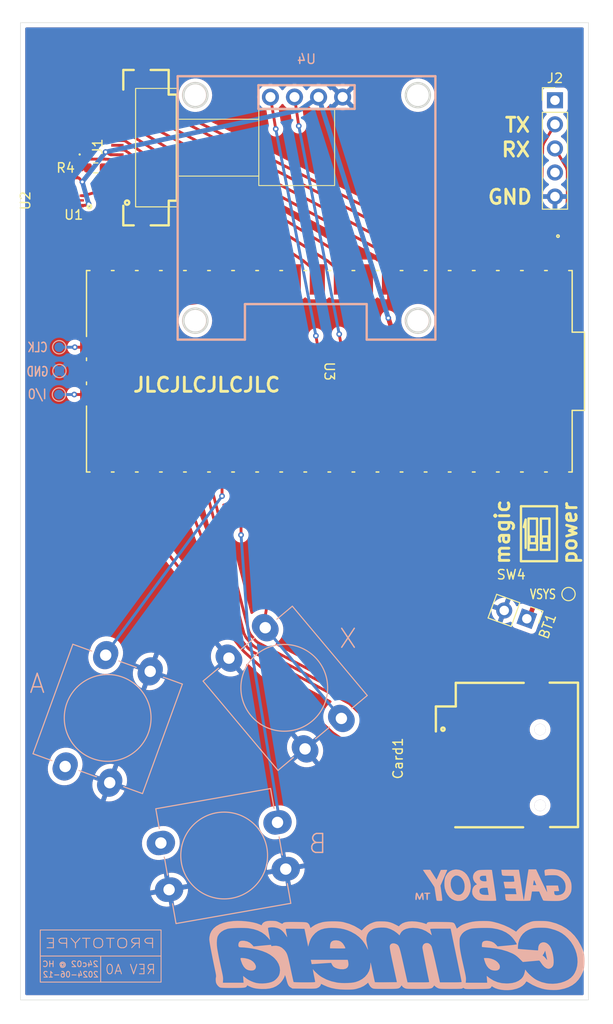
<source format=kicad_pcb>
(kicad_pcb (version 20240108) (generator "pcbnew") (generator_version "8.0")
  (title_block (title "Gae Boy Camera") (date "2024-06-12") (rev "A0"))
  (layers (0 "F.Cu" signal) (31 "B.Cu" signal) (34 "B.Paste" user) (35 "F.Paste" user) (36 "B.SilkS" user "B.Silkscreen") (37 "F.SilkS" user "F.Silkscreen") (38 "B.Mask" user) (39 "F.Mask" user) (44 "Edge.Cuts" user))
  (net 0 "")
  (net 1 "GND")
  (net 3 "+3V3")
  (net 6 "/CSI_D4")
  (net 7 "Net-(J1-PWDN)")
  (net 8 "/CSI_D7")
  (net 9 "/CSI_D1")
  (net 10 "/CSI_D6")
  (net 11 "/CSI_D2")
  (net 12 "/CSI_D3")
  (net 13 "/CSI_D5")
  (net 14 "/CSI_D0")
  (net 15 "2V8_CAM")
  (net 16 "1V2_CAM")
  (net 22 "CAM_XCLK")
  (net 26 "C_TX_P_RX")
  (net 29 "CAM_EN")
  (net 32 "BTN_BACK")
  (net 33 "BTN_SELECT")
  (net 34 "BTN_SHUTTER")
  (net 35 "Net-(U3-SWCLK)")
  (net 36 "Net-(U3-SWDIO)")
  (net 37 "DISP_SDA")
  (net 38 "DISP_SCL")
  (net 39 "CAM_SDA")
  (net 40 "CAM_SCL")
  (net 41 "CAM_HSYNC")
  (net 42 "CAM_VSYNC")
  (net 43 "CAM_PCLK")
  (net 44 "CAM_RESET")
  (net 45 "C_RX_P_TX")
  (net 47 "+BATT")
  (net 49 "MAGIC")
  (net 50 "+VSYS")
  (net 51 "~{SD_CS}")
  (net 52 "SD_MOSI")
  (net 53 "SD_CLK")
  (net 54 "SD_MISO")
  (net 55 "SD_DETECT")
  (footprint "Resistor_SMD:R_0603_1608Metric" (layer "F.Cu") (at 138.123 44.096)
    (property "Reference" "R4")
    (property "Value" "1KΩ")
  )
  (footprint "footprints:SC0915_RPI" (layer "F.Cu") (at 162.78 65.5599 -90)
    (property "Reference" "U3")
    (property "Value" "Pi Pico")
  )
  (footprint "Connector_PinHeader_2.54mm:PinHeader_1x05_P2.54mm_Vertical" (layer "F.Cu") (at 186.593 36.961)
    (property "Reference" "J2")
    (property "Value" "Printer")
  )
  (footprint "lcsc:LLP-6_L2.0-W1.8-P0.50-BL-EP" (layer "F.Cu") (at 135.68 47.555 90)
    (property "Reference" "U2")
    (property "Value" "VRH2801NNX")
  )
  (footprint "lcsc:LLP-4_L1.6-W1.2-P0.60-BL-EP" (layer "F.Cu") (at 135.8 44.2 180)
    (property "Reference" "U1")
    (property "Value" "VRH1202LLX")
  )
  (footprint "lcsc:FPC-SMD_24P-P0.50_FFC05011-24SBB124W5M" (layer "F.Cu") (at 141.7345 41.9605 90)
    (property "Reference" "J1")
    (property "Value" "~")
  )
  (footprint "lcsc:SW-SMD_218-2LPSTRF" (layer "F.Cu") (at 184.9035 82.7036)
    (property "Reference" "SW4")
    (property "Value" "218-2LPSTR")
  )
  (footprint "TestPoint:TestPoint_Pad_D1.0mm" (layer "F.Cu") (at 188.023 89.071 180)
    (property "Reference" "TP4" (hide yes))
    (property "Value" "VSYS")
  )
  (footprint "lcsc:TF-SMD_TF-PUSH" (layer "F.Cu") (at 179.323 106.421 90)
    (property "Reference" "Card1")
    (property "Value" "TF PUSH")
  )
  (footprint "Connector_PinHeader_2.54mm:PinHeader_1x02_P2.54mm_Vertical" (layer "F.Cu") (at 183.623 91.671 -110)
    (property "Reference" "BT1")
    (property "Value" "Battery")
  )
  (footprint "Button_Switch_THT:SW_PUSH-12mm_Wuerth-430476085716" (layer "B.Cu") (at 145.8682 120.2656 10)
    (property "Reference" "SW3" (hide yes))
    (property "Value" "B")
  )
  (footprint "Button_Switch_THT:SW_PUSH-12mm_Wuerth-430476085716" (layer "B.Cu") (at 164.0508 102.1964 130)
    (property "Reference" "SW2" (hide yes))
    (property "Value" "X")
  )
  (footprint "Button_Switch_THT:SW_PUSH-12mm_Wuerth-430476085716" (layer "B.Cu") (at 139.5997 108.9757 70)
    (property "Reference" "SW1" (hide yes))
    (property "Value" "A")
  )
  (footprint "TestPoint:TestPoint_Pad_D1.0mm" (layer "B.Cu") (at 134.2938 65.532 180)
    (property "Reference" "TP3" (hide yes))
    (property "Value" "GND")
  )
  (footprint "TestPoint:TestPoint_Pad_D1.0mm" (layer "B.Cu") (at 134.2684 63.02 180)
    (property "Reference" "TP1" (hide yes))
    (property "Value" "CLK")
  )
  (footprint "LOGO" (layer "B.Cu") (at 169.923 125.371 180)
    (property "Reference" "G***" (hide yes))
    (property "Value" "LOGO" (hide yes))
  )
  (footprint "lcsc:OLED-TH_L27.8-W27.2-P2.54_C9900033791" (layer "B.Cu") (at 160.373 36.6196 180)
    (property "Reference" "U4")
    (property "Value" "HS96L03W2C03")
    (fp_circle (center 11.73 0.2) (end 13 0.2) (stroke (width 0.25)) (fill none) (layer "Edge.Cuts"))
    (fp_circle (center 11.73 -23.6) (end 13 -23.6) (stroke (width 0.25)) (fill none) (layer "Edge.Cuts"))
    (fp_circle (center -11.75 0.2) (end -10.48 0.2) (stroke (width 0.25)) (fill none) (layer "Edge.Cuts"))
    (fp_circle (center -11.77 -23.6) (end -10.5 -23.6) (stroke (width 0.25)) (fill none) (layer "Edge.Cuts"))
  )
  (footprint "TestPoint:TestPoint_Pad_D1.0mm" (layer "B.Cu") (at 134.243 68.014 180)
    (property "Reference" "TP2" (hide yes))
    (property "Value" "I/O")
  )
  (gr_rect (start 132.273 124.521) (end 145.023 130.021) (stroke (width 0.1)) (fill none) (layer "B.SilkS"))
  (gr_line (start 145.023 127.271) (end 132.273 127.271) (stroke (width 0.1)) (layer "B.SilkS"))
  (gr_line (start 138.648 127.271) (end 138.648 130.021) (stroke (width 0.1)) (layer "B.SilkS"))
  (gr_rect (start 130.187 28.771) (end 190.123 131.904) (stroke (width 0.05)) (fill none) (layer "Edge.Cuts"))
  (gr_text "PROTOTYPE" (at 144.523 126.521 0) (layer "B.SilkS") (effects (font (size 1 1.4) (thickness 0.1)) (justify left bottom mirror)))
  (gr_text "${ISSUE_DATE}" (at 138.473 129.571 0) (layer "B.SilkS") (effects (font (size 0.6 0.58) (thickness 0.1)) (justify left bottom mirror)))
  (gr_text "24c02 @ HC" (at 138.473 128.471 0) (layer "B.SilkS") (effects (font (size 0.6 0.62) (thickness 0.1)) (justify left bottom mirror)))
  (gr_text "REV ${REVISION}" (at 144.523 129.271 0) (layer "B.SilkS") (effects (font (size 1 1) (thickness 0.1)) (justify left bottom mirror)))
  (gr_text "TX" (at 184.123 39.571 0) (layer "F.SilkS") (effects (font (size 1.5 1.5) (thickness 0.3) (bold yes)) (justify right)))
  (gr_text "power" (at 189.023 86.071 90) (layer "F.SilkS") (effects (font (size 1.5 1.5) (thickness 0.3) (bold yes)) (justify left bottom)))
  (gr_text "GND" (at 184.323 47.171 0) (layer "F.SilkS") (effects (font (size 1.5 1.5) (thickness 0.3) (bold yes)) (justify right)))
  (gr_text "magic" (at 181.923 86.071 90) (layer "F.SilkS") (effects (font (size 1.5 1.5) (thickness 0.3) (bold yes)) (justify left bottom)))
  (gr_text "RX" (at 184.123 42.171 0) (layer "F.SilkS") (effects (font (size 1.5 1.5) (thickness 0.3) (bold yes)) (justify right)))
  (gr_text "JLCJLCJLCJLC" (at 141.923 67.871 0) (layer "F.SilkS") (effects (font (size 1.5 1.5) (thickness 0.3) (bold yes)) (justify left bottom)))
  (segment (start 175.2756 107.0552) (end 175.373 106.8394) (width 0.5) (layer "F.Cu") (net 3))
  (segment (start 175.4783 73.3612) (end 175.4011 73.236) (width 0.5) (layer "F.Cu") (net 3))
  (segment (start 171.0199 73.0998) (end 172.4701 73.0998) (width 0.5) (layer "F.Cu") (net 3))
  (segment (start 173.3589 73.1436) (end 173.2864 73.1556) (width 0.5) (layer "F.Cu") (net 3))
  (segment (start 136.3664 45.1767) (end 136.3074 45.15) (width 0.3) (layer "F.Cu") (net 3))
  (segment (start 175.4783 73.3612) (end 175.7371 73.781) (width 0.5) (layer "F.Cu") (net 3))
  (segment (start 171.0199 73.0998) (end 170.9419 73.0998) (width 0.5) (layer "F.Cu") (net 3))
  (segment (start 136.125 45.15) (end 136.275 45.15) (width 0.3) (layer "F.Cu") (net 3))
  (segment (start 139.7185 42.7105) (end 139.7645 42.7105) (width 0.3) (layer "F.Cu") (net 3))
  (segment (start 173.7349 100.494) (end 173.7633 100.5828) (width 0.5) (layer "F.Cu") (net 3))
  (segment (start 136.65 48.085) (end 136.725 48.06) (width 0.3) (layer "F.Cu") (net 3))
  (segment (start 173.7284 100.4479) (end 173.7349 100.494) (width 0.5) (layer "F.Cu") (net 3))
  (segment (start 173.2431 73.1691) (end 173.2513 73.1666) (width 0.5) (layer "F.Cu") (net 3))
  (segment (start 175.3113 103.5678) (end 173.7847 100.6242) (width 0.5) (layer "F.Cu") (net 3))
  (segment (start 170.4014 76.7863) (end 170.4014 76.7641) (width 0.5) (layer "F.Cu") (net 3))
  (segment (start 174.023 107.471) (end 174.573 107.371) (width 0.5) (layer "F.Cu") (net 3))
  (segment (start 170.9419 73.0998) (end 170.7921 73.1431) (width 0.5) (layer "F.Cu") (net 3))
  (segment (start 170.619 73.2525) (end 170.7262 73.1848) (width 0.5) (layer "F.Cu") (net 3))
  (segment (start 175.3417 103.6265) (end 175.3113 103.5678) (width 0.5) (layer "F.Cu") (net 3))
  (segment (start 175.7712 73.8364) (end 175.8848 73.8998) (width 0.5) (layer "F.Cu") (net 3))
  (segment (start 174.8687 107.371) (end 174.9541 107.3387) (width 0.5) (layer "F.Cu") (net 3))
  (segment (start 136.9123 48.06) (end 136.9856 48.0465) (width 0.3) (layer "F.Cu") (net 3))
  (segment (start 172.5082 73.1009) (end 172.4828 73.0997) (width 0.5) (layer "F.Cu") (net 3))
  (segment (start 170.3972 73.537) (end 170.4001 73.6608) (width 0.5) (layer "F.Cu") (net 3))
  (segment (start 136.3878 45.2011) (end 136.3664 45.1767) (width 0.3) (layer "F.Cu") (net 3))
  (segment (start 170.4 76.7002) (end 170.4001 76.7112) (width 0.5) (layer "F.Cu") (net 3))
  (segment (start 175.4011 73.236) (end 175.1425 73.0961) (width 0.5) (layer "F.Cu") (net 3))
  (segment (start 136.3878 45.2011) (end 136.7136 45.5729) (width 0.3) (layer "F.Cu") (net 3))
  (segment (start 172.5209 73.1021) (end 172.5082 73.1009) (width 0.5) (layer "F.Cu") (net 3))
  (segment (start 170.4001 76.8392) (end 170.3996 76.8584) (width 0.5) (layer "F.Cu") (net 3))
  (segment (start 175.8848 73.8998) (end 175.9499 73.8998) (width 0.5) (layer "F.Cu") (net 3))
  (segment (start 170.4019 76.8969) (end 170.4046 76.9159) (width 0.5) (layer "F.Cu") (net 3))
  (segment (start 173.2431 73.1691) (end 169.0045 59.9422) (width 0.5) (layer "F.Cu") (net 3))
  (segment (start 170.4001 73.7888) (end 170.4014 73.7359) (width 0.5) (layer "F.Cu") (net 3))
  (segment (start 140.4145 42.7105) (end 139.7645 42.7105) (width 0.3) (layer "F.Cu") (net 3))
  (segment (start 139.5897 42.6637) (end 139.1675 42.4204) (width 0.3) (layer "F.Cu") (net 3))
  (segment (start 170.5143 73.3186) (end 170.3972 73.537) (width 0.5) (layer "F.Cu") (net 3))
  (segment (start 175.373 103.7549) (end 175.3417 103.6265) (width 0.5) (layer "F.Cu") (net 3))
  (segment (start 136.725 48.06) (end 136.875 48.06) (width 0.3) (layer "F.Cu") (net 3))
  (segment (start 175.373 106.8394) (end 175.373 106.721) (width 0.5) (layer "F.Cu") (net 3))
  (segment (start 170.4001 76.8392) (end 170.4014 76.7863) (width 0.5) (layer "F.Cu") (net 3))
  (segment (start 170.3996 76.8584) (end 170.4019 76.8969) (width 0.5) (layer "F.Cu") (net 3))
  (segment (start 173.3957 73.1426) (end 173.3589 73.1436) (width 0.5) (layer "F.Cu") (net 3))
  (segment (start 170.4014 73.7359) (end 170.4014 73.7137) (width 0.5) (layer "F.Cu") (net 3))
  (segment (start 174.9541 107.3387) (end 174.9884 107.3085) (width 0.5) (layer "F.Cu") (net 3))
  (segment (start 173.7633 100.5828) (end 173.7847 100.6242) (width 0.5) (layer "F.Cu") (net 3))
  (segment (start 170.4014 76.7641) (end 170.4001 76.7112) (width 0.5) (layer "F.Cu") (net 3))
  (segment (start 137.0205 48.0333) (end 137.3749 47.8988) (width 0.3) (layer "F.Cu") (net 3))
  (segment (start 173.7284 100.4479) (end 170.4046 76.9159) (width 0.5) (layer "F.Cu") (net 3))
  (segment (start 175.1425 73.0961) (end 174.9955 73.1) (width 0.5) (layer "F.Cu") (net 3))
  (segment (start 175.1868 107.1335) (end 175.2756 107.0552) (width 0.5) (layer "F.Cu") (net 3))
  (segment (start 175.9499 73.8998) (end 176.1999 73.8998) (width 0.5) (layer "F.Cu") (net 3))
  (segment (start 139.6296 42.6867) (end 139.7185 42.7105) (width 0.3) (layer "F.Cu") (net 3))
  (segment (start 170.4 76.7002) (end 170.4 73.7998) (width 0.5) (layer "F.Cu") (net 3))
  (segment (start 174.573 107.371) (end 174.823 107.371) (width 0.5) (layer "F.Cu") (net 3))
  (segment (start 175.7371 73.781) (end 175.7712 73.8364) (width 0.5) (layer "F.Cu") (net 3))
  (segment (start 136.3074 45.15) (end 136.275 45.15) (width 0.3) (layer "F.Cu") (net 3))
  (segment (start 175.373 103.821) (end 175.373 103.7549) (width 0.5) (layer "F.Cu") (net 3))
  (segment (start 175.373 106.721) (end 175.373 103.821) (width 0.5) (layer "F.Cu") (net 3))
  (segment (start 174.9884 107.3085) (end 175.1868 107.1335) (width 0.5) (layer "F.Cu") (net 3))
  (segment (start 139.5897 42.6637) (end 139.6296 42.6867) (width 0.3) (layer "F.Cu") (net 3))
  (segment (start 170.7921 73.1431) (end 170.7262 73.1848) (width 0.5) (layer "F.Cu") (net 3))
  (segment (start 174.823 107.371) (end 174.8687 107.371) (width 0.5) (layer "F.Cu") (net 3))
  (segment (start 172.5209 73.1021) (end 173.2431 73.1691) (width 0.5) (layer "F.Cu") (net 3))
  (segment (start 170.4001 73.7888) (end 170.4 73.7998) (width 0.5) (layer "F.Cu") (net 3))
  (segment (start 136.1 45.05) (end 136.125 45.15) (width 0.3) (layer "F.Cu") (net 3))
  (segment (start 173.2864 73.1556) (end 173.2513 73.1666) (width 0.5) (layer "F.Cu") (net 3))
  (segment (start 170.619 73.2525) (end 170.5143 73.3186) (width 0.5) (layer "F.Cu") (net 3))
  (segment (start 136.9856 48.0465) (end 137.0205 48.0333) (width 0.3) (layer "F.Cu") (net 3))
  (segment (start 172.4828 73.0997) (end 172.4701 73.0998) (width 0.5) (layer "F.Cu") (net 3))
  (segment (start 176.1999 73.8998) (end 176.75 75.25) (width 0.5) (layer "F.Cu") (net 3))
  (segment (start 170.4014 73.7137) (end 170.4001 73.6608) (width 0.5) (layer "F.Cu") (net 3))
  (segment (start 173.3957 73.1426) (end 174.9955 73.1) (width 0.5) (layer "F.Cu") (net 3))
  (segment (start 136.875 48.06) (end 136.9123 48.06) (width 0.3) (layer "F.Cu") (net 3))
  (via (at 169.0045 59.9422) (size 0.6) (drill 0.3) (layers "F.Cu" "B.Cu") (net 3))
  (via (at 137.3749 47.8988) (size 0.6) (drill 0.3) (layers "F.Cu" "B.Cu") (net 3))
  (via (at 136.7136 45.5729) (size 0.6) (drill 0.3) (layers "F.Cu" "B.Cu") (net 3))
  (via (at 139.1675 42.4204) (size 0.6) (drill 0.3) (layers "F.Cu" "B.Cu") (net 3))
  (segment (start 159.5501 38.0064) (end 159.8131 37.892) (width 0.5) (layer "B.Cu") (net 3))
  (segment (start 137.3749 47.8988) (end 136.7136 45.5729) (width 0.5) (layer "B.Cu") (net 3))
  (segment (start 159.4099 38.0368) (end 159.5501 38.0064) (width 0.5) (layer "B.Cu") (net 3))
  (segment (start 159.4099 38.0368) (end 139.1675 42.4204) (width 0.5) (layer "B.Cu") (net 3))
  (segment (start 159.8131 37.892) (end 159.9308 37.8101) (width 0.5) (layer "B.Cu") (net 3))
  (segment (start 161.643 36.6196) (end 159.9308 37.8101) (width 0.5) (layer "B.Cu") (net 3))
  (segment (start 136.7136 45.5729) (end 139.1675 42.4204) (width 0.5) (layer "B.Cu") (net 3))
  (segment (start 169.0045 59.9422) (end 161.643 36.6196) (width 0.5) (layer "B.Cu") (net 3))
  (segment (start 141.2475 39.2622) (end 165.0854 53.886) (width 0.3) (layer "F.Cu") (net 6))
  (segment (start 141.2475 39.2622) (end 141.2062 39.2369) (width 0.3) (layer "F.Cu") (net 6))
  (segment (start 141.2062 39.2369) (end 141.1129 39.2105) (width 0.3) (layer "F.Cu") (net 6))
  (segment (start 141.1129 39.2105) (end 141.0645 39.2105) (width 0.3) (layer "F.Cu") (net 6))
  (segment (start 165.1251 53.913) (end 165.0991 53.8944) (width 0.3) (layer "F.Cu") (net 6))
  (segment (start 165.0991 53.8944) (end 165.0854 53.886) (width 0.3) (layer "F.Cu") (net 6))
  (segment (start 165.7143 54.4019) (end 165.7637 54.4197) (width 0.3) (layer "F.Cu") (net 6))
  (segment (start 165.7637 54.4197) (end 165.7899 54.4196) (width 0.3) (layer "F.Cu") (net 6))
  (segment (start 140.4145 39.2105) (end 141.0645 39.2105) (width 0.3) (layer "F.Cu") (net 6))
  (segment (start 165.7899 54.4196) (end 165.9399 54.4196) (width 0.3) (layer "F.Cu") (net 6))
  (segment (start 165.9399 54.4196) (end 166.59 55.8698) (width 0.3) (layer "F.Cu") (net 6))
  (segment (start 165.1374 53.9232) (end 165.6941 54.3851) (width 0.3) (layer "F.Cu") (net 6))
  (segment (start 165.1374 53.9232) (end 165.1251 53.913) (width 0.3) (layer "F.Cu") (net 6))
  (segment (start 165.6941 54.3851) (end 165.7143 54.4019) (width 0.3) (layer "F.Cu") (net 6))
  (segment (start 139.7645 44.2105) (end 139.3488 44.2105) (width 0.3) (layer "F.Cu") (net 7))
  (segment (start 139.1988 44.2105) (end 138.948 44.096) (width 0.3) (layer "F.Cu") (net 7))
  (segment (start 139.3488 44.2105) (end 139.1988 44.2105) (width 0.3) (layer "F.Cu") (net 7))
  (segment (start 140.4145 44.2105) (end 139.7645 44.2105) (width 0.3) (layer "F.Cu") (net 7))
  (segment (start 158.0741 54.3851) (end 158.0943 54.4019) (width 0.3) (layer "F.Cu") (net 8))
  (segment (start 141.2684 42.276) (end 157.4922 53.9038) (width 0.3) (layer "F.Cu") (net 8))
  (segment (start 158.3199 54.4196) (end 158.97 55.8698) (width 0.3) (layer "F.Cu") (net 8))
  (segment (start 157.4987 53.9084) (end 157.4922 53.9038) (width 0.3) (layer "F.Cu") (net 8))
  (segment (start 140.4145 42.2105) (end 141.0645 42.2105) (width 0.3) (layer "F.Cu") (net 8))
  (segment (start 157.5113 53.9181) (end 157.4987 53.9084) (width 0.3) (layer "F.Cu") (net 8))
  (segment (start 158.0943 54.4019) (end 158.1437 54.4197) (width 0.3) (layer "F.Cu") (net 8))
  (segment (start 141.2684 42.276) (end 141.2238 42.244) (width 0.3) (layer "F.Cu") (net 8))
  (segment (start 141.2238 42.244) (end 141.1194 42.2105) (width 0.3) (layer "F.Cu") (net 8))
  (segment (start 157.5174 53.9232) (end 158.0741 54.3851) (width 0.3) (layer "F.Cu") (net 8))
  (segment (start 141.1194 42.2105) (end 141.0645 42.2105) (width 0.3) (layer "F.Cu") (net 8))
  (segment (start 158.1437 54.4197) (end 158.1699 54.4196) (width 0.3) (layer "F.Cu") (net 8))
  (segment (start 158.1699 54.4196) (end 158.3199 54.4196) (width 0.3) (layer "F.Cu") (net 8))
  (segment (start 157.5174 53.9232) (end 157.5113 53.9181) (width 0.3) (layer "F.Cu") (net 8))
  (segment (start 141.7454 36.2684) (end 141.8898 36.3443) (width 0.3) (layer "F.Cu") (net 9))
  (segment (start 176.0999 54.4196) (end 176.75 55.8698) (width 0.3) (layer "F.Cu") (net 9))
  (segment (start 139.3145 37.2105) (end 139.3145 37.2935) (width 0.3) (layer "F.Cu") (net 9))
  (segment (start 141.4485 35.8803) (end 141.418 35.8153) (width 0.3) (layer "F.Cu") (net 9))
  (segment (start 139.5534 37.6495) (end 139.6898 37.7105) (width 0.3) (layer "F.Cu") (net 9))
  (segment (start 139.5036 37.5938) (end 139.5534 37.6495) (width 0.3) (layer "F.Cu") (net 9))
  (segment (start 175.2974 53.9232) (end 175.8541 54.3851) (width 0.3) (layer "F.Cu") (net 9))
  (segment (start 175.8541 54.3851) (end 175.8743 54.4019) (width 0.3) (layer "F.Cu") (net 9))
  (segment (start 141.2329 35.6705) (end 141.189 35.6487) (width 0.3) (layer "F.Cu") (net 9))
  (segment (start 141.3177 35.7127) (end 141.2534 35.6807) (width 0.3) (layer "F.Cu") (net 9))
  (segment (start 139.9733 35.6105) (end 141.0448 35.6249) (width 0.3) (layer "F.Cu") (net 9))
  (segment (start 141.189 35.6487) (end 141.0938 35.6256) (width 0.3) (layer "F.Cu") (net 9))
  (segment (start 139.3145 37.2105) (end 139.3145 36.0605) (width 0.3) (layer "F.Cu") (net 9))
  (segment (start 141.418 35.8153) (end 141.3177 35.7127) (width 0.3) (layer "F.Cu") (net 9))
  (segment (start 141.5199 36.0325) (end 141.7454 36.2684) (width 0.3) (layer "F.Cu") (net 9))
  (segment (start 139.3145 35.8741) (end 139.3145 36.0605) (width 0.3) (layer "F.Cu") (net 9))
  (segment (start 139.3145 37.2935) (end 139.3737 37.4486) (width 0.3) (layer "F.Cu") (net 9))
  (segment (start 175.9237 54.4197) (end 175.9499 54.4196) (width 0.3) (layer "F.Cu") (net 9))
  (segment (start 141.4485 35.8803) (end 141.4506 35.8848) (width 0.3) (layer "F.Cu") (net 9))
  (segment (start 175.2793 53.9082) (end 175.2403 53.8822) (width 0.3) (layer "F.Cu") (net 9))
  (segment (start 139.7645 35.6105) (end 139.5781 35.6105) (width 0.3) (layer "F.Cu") (net 9))
  (segment (start 141.4506 35.8848) (end 141.5199 36.0325) (width 0.3) (layer "F.Cu") (net 9))
  (segment (start 175.2974 53.9232) (end 175.2793 53.9082) (width 0.3) (layer "F.Cu") (net 9))
  (segment (start 175.2403 53.8822) (end 175.2195 53.8713) (width 0.3) (layer "F.Cu") (net 9))
  (segment (start 175.9499 54.4196) (end 176.0999 54.4196) (width 0.3) (layer "F.Cu") (net 9))
  (segment (start 141.2329 35.6705) (end 141.2534 35.6807) (width 0.3) (layer "F.Cu") (net 9))
  (segment (start 141.8898 36.3443) (end 175.2195 53.8713) (width 0.3) (layer "F.Cu") (net 9))
  (segment (start 139.6898 37.7105) (end 139.7645 37.7105) (width 0.3) (layer "F.Cu") (net 9))
  (segment (start 139.5036 37.5938) (end 139.4291 37.5105) (width 0.3) (layer "F.Cu") (net 9))
  (segment (start 140.4145 37.7105) (end 139.7645 37.7105) (width 0.3) (layer "F.Cu") (net 9))
  (segment (start 139.5781 35.6105) (end 139.3145 35.8741) (width 0.3) (layer "F.Cu") (net 9))
  (segment (start 139.3737 37.4486) (end 139.4291 37.5105) (width 0.3) (layer "F.Cu") (net 9))
  (segment (start 175.8743 54.4019) (end 175.9237 54.4197) (width 0.3) (layer "F.Cu") (net 9))
  (segment (start 141.0938 35.6256) (end 141.0448 35.6249) (width 0.3) (layer "F.Cu") (net 9))
  (segment (start 139.9673 35.6105) (end 139.9733 35.6105) (width 0.3) (layer "F.Cu") (net 9))
  (segment (start 139.7645 35.6105) (end 139.9673 35.6105) (width 0.3) (layer "F.Cu") (net 9))
  (segment (start 140.4145 41.2105) (end 141.0645 41.2105) (width 0.3) (layer "F.Cu") (net 10))
  (segment (start 160.7099 54.4196) (end 160.8599 54.4196) (width 0.3) (layer "F.Cu") (net 10))
  (segment (start 141.2599 41.2701) (end 160.0213 53.8963) (width 0.3) (layer "F.Cu") (net 10))
  (segment (start 160.0574 53.9232) (end 160.6141 54.3851) (width 0.3) (layer "F.Cu") (net 10))
  (segment (start 160.6343 54.4019) (end 160.6837 54.4197) (width 0.3) (layer "F.Cu") (net 10))
  (segment (start 141.2599 41.2701) (end 141.2166 41.241) (width 0.3) (layer "F.Cu") (net 10))
  (segment (start 160.0487 53.916) (end 160.0307 53.9025) (width 0.3) (layer "F.Cu") (net 10))
  (segment (start 160.6837 54.4197) (end 160.7099 54.4196) (width 0.3) (layer "F.Cu") (net 10))
  (segment (start 160.6141 54.3851) (end 160.6343 54.4019) (width 0.3) (layer "F.Cu") (net 10))
  (segment (start 160.0307 53.9025) (end 160.0213 53.8963) (width 0.3) (layer "F.Cu") (net 10))
  (segment (start 141.2166 41.241) (end 141.1167 41.2105) (width 0.3) (layer "F.Cu") (net 10))
  (segment (start 160.8599 54.4196) (end 161.51 55.8698) (width 0.3) (layer "F.Cu") (net 10))
  (segment (start 160.0574 53.9232) (end 160.0487 53.916) (width 0.3) (layer "F.Cu") (net 10))
  (segment (start 141.1167 41.2105) (end 141.0645 41.2105) (width 0.3) (layer "F.Cu") (net 10))
  (segment (start 173.5599 54.4196) (end 174.21 55.8698) (width 0.3) (layer "F.Cu") (net 11))
  (segment (start 172.7574 53.9232) (end 172.7395 53.9084) (width 0.3) (layer "F.Cu") (net 11))
  (segment (start 141.1072 37.2106) (end 141.0645 37.2105) (width 0.3) (layer "F.Cu") (net 11))
  (segment (start 173.3343 54.4019) (end 173.3837 54.4197) (width 0.3) (layer "F.Cu") (net 11))
  (segment (start 140.4145 37.2105) (end 141.0645 37.2105) (width 0.3) (layer "F.Cu") (net 11))
  (segment (start 172.7395 53.9084) (end 172.7009 53.8825) (width 0.3) (layer "F.Cu") (net 11))
  (segment (start 141.228 37.2511) (end 141.1902 37.2311) (width 0.3) (layer "F.Cu") (net 11))
  (segment (start 173.3141 54.3851) (end 173.3343 54.4019) (width 0.3) (layer "F.Cu") (net 11))
  (segment (start 141.1902 37.2311) (end 141.1072 37.2106) (width 0.3) (layer "F.Cu") (net 11))
  (segment (start 141.228 37.2511) (end 172.6803 53.8717) (width 0.3) (layer "F.Cu") (net 11))
  (segment (start 173.3837 54.4197) (end 173.4099 54.4196) (width 0.3) (layer "F.Cu") (net 11))
  (segment (start 173.4099 54.4196) (end 173.5599 54.4196) (width 0.3) (layer "F.Cu") (net 11))
  (segment (start 172.7574 53.9232) (end 173.3141 54.3851) (width 0.3) (layer "F.Cu") (net 11))
  (segment (start 172.7009 53.8825) (end 172.6803 53.8717) (width 0.3) (layer "F.Cu") (net 11))
  (segment (start 141.1081 38.2105) (end 141.0645 38.2105) (width 0.3) (layer "F.Cu") (net 12))
  (segment (start 171.67 55.8698) (end 171.0199 54.4196) (width 0.3) (layer "F.Cu") (net 12))
  (segment (start 170.7741 54.3851) (end 170.7943 54.4019) (width 0.3) (layer "F.Cu") (net 12))
  (segment (start 170.144 53.8737) (end 141.2309 38.2526) (width 0.3) (layer "F.Cu") (net 12))
  (segment (start 170.2174 53.9232) (end 170.2003 53.909) (width 0.3) (layer "F.Cu") (net 12))
  (segment (start 170.7943 54.4019) (end 170.8437 54.4197) (width 0.3) (layer "F.Cu") (net 12))
  (segment (start 141.1926 38.2319) (end 141.1081 38.2105) (width 0.3) (layer "F.Cu") (net 12))
  (segment (start 141.0645 38.2105) (end 140.4145 38.2105) (width 0.3) (layer "F.Cu") (net 12))
  (segment (start 170.2003 53.909) (end 170.1635 53.8842) (width 0.3) (layer "F.Cu") (net 12))
  (segment (start 170.8437 54.4197) (end 170.8699 54.4196) (width 0.3) (layer "F.Cu") (net 12))
  (segment (start 141.2309 38.2526) (end 141.1926 38.2319) (width 0.3) (layer "F.Cu") (net 12))
  (segment (start 170.1635 53.8842) (end 170.144 53.8737) (width 0.3) (layer "F.Cu") (net 12))
  (segment (start 170.7741 54.3851) (end 170.2174 53.9232) (width 0.3) (layer "F.Cu") (net 12))
  (segment (start 171.0199 54.4196) (end 170.8699 54.4196) (width 0.3) (layer "F.Cu") (net 12))
  (segment (start 163.1541 54.3851) (end 163.1743 54.4019) (width 0.3) (layer "F.Cu") (net 13))
  (segment (start 162.5643 53.898) (end 162.5526 53.8905) (width 0.3) (layer "F.Cu") (net 13))
  (segment (start 141.2531 40.2657) (end 162.5526 53.8905) (width 0.3) (layer "F.Cu") (net 13))
  (segment (start 141.2109 40.2387) (end 141.1146 40.2105) (width 0.3) (layer "F.Cu") (net 13))
  (segment (start 163.2499 54.4196) (end 163.3999 54.4196) (width 0.3) (layer "F.Cu") (net 13))
  (segment (start 141.2531 40.2657) (end 141.2109 40.2387) (width 0.3) (layer "F.Cu") (net 13))
  (segment (start 163.1743 54.4019) (end 163.2237 54.4197) (width 0.3) (layer "F.Cu") (net 13))
  (segment (start 141.1146 40.2105) (end 141.0645 40.2105) (width 0.3) (layer "F.Cu") (net 13))
  (segment (start 163.2237 54.4197) (end 163.2499 54.4196) (width 0.3) (layer "F.Cu") (net 13))
  (segment (start 163.3999 54.4196) (end 164.05 55.8698) (width 0.3) (layer "F.Cu") (net 13))
  (segment (start 162.5974 53.9232) (end 162.5867 53.9143) (width 0.3) (layer "F.Cu") (net 13))
  (segment (start 140.4145 40.2105) (end 141.0645 40.2105) (width 0.3) (layer "F.Cu") (net 13))
  (segment (start 162.5974 53.9232) (end 163.1541 54.3851) (width 0.3) (layer "F.Cu") (net 13))
  (segment (start 162.5867 53.9143) (end 162.5643 53.898) (width 0.3) (layer "F.Cu") (net 13))
  (segment (start 139.7645 35.0105) (end 139.9673 35.0105) (width 0.3) (layer "F.Cu") (net 14))
  (segment (start 178.3941 54.3851) (end 178.4143 54.4019) (width 0.3) (layer "F.Cu") (net 14))
  (segment (start 178.4637 54.4197) (end 178.4899 54.4196) (width 0.3) (layer "F.Cu") (net 14))
  (segment (start 141.9684 35.6362) (end 141.946 35.5915) (width 0.3) (layer "F.Cu") (net 14))
  (segment (start 141.9684 35.6362) (end 141.9705 35.6407) (width 0.3) (layer "F.Cu") (net 14))
  (segment (start 138.7145 37.5666) (end 138.8704 37.9483) (width 0.3) (layer "F.Cu") (net 14))
  (segment (start 139.7645 35.0105) (end 139.3296 35.0105) (width 0.3) (layer "F.Cu") (net 14))
  (segment (start 178.4143 54.4019) (end 178.4637 54.4197) (width 0.3) (layer "F.Cu") (net 14))
  (segment (start 142.0995 35.8068) (end 142.1628 35.8389) (width 0.3) (layer "F.Cu") (net 14))
  (segment (start 138.8704 37.9483) (end 139.0147 38.0955) (width 0.3) (layer "F.Cu") (net 14))
  (segment (start 141.342 35.0472) (end 141.0664 35.0398) (width 0.3) (layer "F.Cu") (net 14))
  (segment (start 141.9705 35.6407) (end 142.0006 35.7049) (width 0.3) (layer "F.Cu") (net 14))
  (segment (start 141.9403 35.5809) (end 141.8108 35.3375) (width 0.3) (layer "F.Cu") (net 14))
  (segment (start 177.776 53.8795) (end 177.7535 53.8682) (width 0.3) (layer "F.Cu") (net 14))
  (segment (start 178.6399 54.4196) (end 179.29 55.8698) (width 0.3) (layer "F.Cu") (net 14))
  (segment (start 139.5146 38.6055) (end 139.0147 38.0955) (width 0.3) (layer "F.Cu") (net 14))
  (segment (start 139.9956 35.0109) (end 139.9673 35.0105) (width 0.3) (layer "F.Cu") (net 14))
  (segment (start 177.8374 53.9232) (end 177.818 53.9071) (width 0.3) (layer "F.Cu") (net 14))
  (segment (start 177.8374 53.9232) (end 178.3941 54.3851) (width 0.3) (layer "F.Cu") (net 14))
  (segment (start 177.818 53.9071) (end 177.776 53.8795) (width 0.3) (layer "F.Cu") (net 14))
  (segment (start 141.9403 35.5809) (end 141.946 35.5915) (width 0.3) (layer "F.Cu") (net 14))
  (segment (start 139.3296 35.0105) (end 138.7145 35.6256) (width 0.3) (layer "F.Cu") (net 14))
  (segment (start 178.4899 54.4196) (end 178.6399 54.4196) (width 0.3) (layer "F.Cu") (net 14))
  (segment (start 138.7145 37.3605) (end 138.7145 36.0605) (width 0.3) (layer "F.Cu") (net 14))
  (segment (start 142.0006 35.7049) (end 142.0995 35.8068) (width 0.3) (layer "F.Cu") (net 14))
  (segment (start 139.9956 35.0109) (end 141.0664 35.0398) (width 0.3) (layer "F.Cu") (net 14))
  (segment (start 140.4145 38.7105) (end 139.7645 38.7105) (width 0.3) (layer "F.Cu") (net 14))
  (segment (start 141.8108 35.3375) (end 141.342 35.0472) (width 0.3) (layer "F.Cu") (net 14))
  (segment (start 139.564 38.6559) (end 139.694 38.7105) (width 0.3) (layer "F.Cu") (net 14))
  (segment (start 139.5146 38.6055) (end 139.564 38.6559) (width 0.3) (layer "F.Cu") (net 14))
  (segment (start 138.7145 37.3605) (end 138.7145 37.5666) (width 0.3) (layer "F.Cu") (net 14))
  (segment (start 139.694 38.7105) (end 139.7645 38.7105) (width 0.3) (layer "F.Cu") (net 14))
  (segment (start 142.1628 35.8389) (end 177.7535 53.8682) (width 0.3) (layer "F.Cu") (net 14))
  (segment (start 138.7145 35.6256) (end 138.7145 36.0605) (width 0.3) (layer "F.Cu") (net 14))
  (segment (start 139.7032 46.2105) (end 139.5818 46.2281) (width 0.3) (layer "F.Cu") (net 15))
  (segment (start 139.7645 46.2105) (end 139.7032 46.2105) (width 0.3) (layer "F.Cu") (net 15))
  (segment (start 136.884 47.025) (end 136.9019 47.0224) (width 0.3) (layer "F.Cu") (net 15))
  (segment (start 136.875 47.025) (end 136.65 47.025) (width 0.3) (layer "F.Cu") (net 15))
  (segment (start 139.523 46.2455) (end 136.9105 47.0198) (width 0.3) (layer "F.Cu") (net 15))
  (segment (start 140.4145 46.2105) (end 139.7645 46.2105) (width 0.3) (layer "F.Cu") (net 15))
  (segment (start 136.875 47.025) (end 136.884 47.025) (width 0.3) (layer "F.Cu") (net 15))
  (segment (start 136.9019 47.0224) (end 136.9105 47.0198) (width 0.3) (layer "F.Cu") (net 15))
  (segment (start 139.5818 46.2281) (end 139.523 46.2455) (width 0.3) (layer "F.Cu") (net 15))
  (segment (start 139.7046 43.2084) (end 139.7196 43.2095) (width 0.3) (layer "F.Cu") (net 16))
  (segment (start 136.2788 43.25) (end 136.2863 43.2496) (width 0.3) (layer "F.Cu") (net 16))
  (segment (start 137.0529 43.1725) (end 136.29 43.2492) (width 0.3) (layer "F.Cu") (net 16))
  (segment (start 137.098 43.1702) (end 137.0867 43.1702) (width 0.3) (layer "F.Cu") (net 16))
  (segment (start 139.1718 43.1707) (end 139.1559 43.1702) (width 0.3) (layer "F.Cu") (net 16))
  (segment (start 136.2863 43.2496) (end 136.29 43.2492) (width 0.3) (layer "F.Cu") (net 16))
  (segment (start 136.275 43.25) (end 136.125 43.25) (width 0.3) (layer "F.Cu") (net 16))
  (segment (start 136.125 43.25) (end 136.1 43.35) (width 0.3) (layer "F.Cu") (net 16))
  (segment (start 140.4145 43.2105) (end 139.7645 43.2105) (width 0.3) (layer "F.Cu") (net 16))
  (segment (start 137.0641 43.1713) (end 137.0529 43.1725) (width 0.3) (layer "F.Cu") (net 16))
  (segment (start 139.7196 43.2095) (end 139.7495 43.2105) (width 0.3) (layer "F.Cu") (net 16))
  (segment (start 139.7495 43.2105) (end 139.7645 43.2105) (width 0.3) (layer "F.Cu") (net 16))
  (segment (start 136.275 43.25) (end 136.2788 43.25) (width 0.3) (layer "F.Cu") (net 16))
  (segment (start 137.0867 43.1702) (end 137.0641 43.1713) (width 0.3) (layer "F.Cu") (net 16))
  (segment (start 139.1797 43.1713) (end 139.1718 43.1707) (width 0.3) (layer "F.Cu") (net 16))
  (segment (start 139.7046 43.2084) (end 139.1797 43.1713) (width 0.3) (layer "F.Cu") (net 16))
  (segment (start 139.148 43.1702) (end 137.098 43.1702) (width 0.3) (layer "F.Cu") (net 16))
  (segment (start 139.1559 43.1702) (end 139.148 43.1702) (width 0.3) (layer "F.Cu") (net 16))
  (segment (start 187.893 47.121) (end 187.893 44.581) (width 0.3) (layer "F.Cu") (net 26))
  (segment (start 187.7098 43.9156) (end 186.593 42.041) (width 0.3) (layer "F.Cu") (net 26))
  (segment (start 187.893 44.581) (end 187.893 44.4053) (width 0.3) (layer "F.Cu") (net 26))
  (segment (start 187.5603 54.2626) (end 187.8916 47.1818) (width 0.3) (layer "F.Cu") (net 26))
  (segment (start 187.7997 44.0665) (end 187.7098 43.9156) (width 0.3) (layer "F.Cu") (net 26))
  (segment (start 186.91 55.8698) (end 187.5601 54.4196) (width 0.3) (layer "F.Cu") (net 26))
  (segment (start 187.5601 54.4196) (end 187.5601 54.2696) (width 0.3) (layer "F.Cu") (net 26))
  (segment (start 187.8916 47.1818) (end 187.893 47.121) (width 0.3) (layer "F.Cu") (net 26))
  (segment (start 187.5601 54.2696) (end 187.5603 54.2626) (width 0.3) (layer "F.Cu") (net 26))
  (segment (start 187.893 44.4053) (end 187.7997 44.0665) (width 0.3) (layer "F.Cu") (net 26))
  (segment (start 134.035 46.8062) (end 134.035 46.9) (width 0.3) (layer "F.Cu") (net 29))
  (segment (start 148.0578 57.6122) (end 148.1036 57.5968) (width 0.3) (layer "F.Cu") (net 29))
  (segment (start 136.8351 57.7397) (end 136.9268 58.0848) (width 0.3) (layer "F.Cu") (net 29))
  (segment (start 135.45 45.3886) (end 135.475 45.3313) (width 0.3) (layer "F.Cu") (net 29))
  (segment (start 134.5934 48.2537) (end 134.3747 48.4822) (width 0.3) (layer "F.Cu") (net 29))
  (segment (start 134.035 48.025) (end 134.035 48.1446) (width 0.3) (layer "F.Cu") (net 29))
  (segment (start 134.1537 48.3522) (end 134.2568 48.4129) (width 0.3) (layer "F.Cu") (net 29))
  (segment (start 134.635 48) (end 134.635 48.15) (width 0.3) (layer "F.Cu") (net 29))
  (segment (start 134.035 46.9) (end 134.035 48.025) (width 0.3) (layer "F.Cu") (net 29))
  (segment (start 134.3747 48.4822) (end 136.8351 57.7397) (width 0.3) (layer "F.Cu") (net 29))
  (segment (start 134.1786 46.5704) (end 134.1099 46.6343) (width 0.3) (layer "F.Cu") (net 29))
  (segment (start 147.1055 57.9186) (end 147.1331 57.9164) (width 0.3) (layer "F.Cu") (net 29))
  (segment (start 147.1874 57.9053) (end 147.2137 57.8965) (width 0.3) (layer "F.Cu") (net 29))
  (segment (start 134.2568 48.4129) (end 134.3747 48.4822) (width 0.3) (layer "F.Cu") (net 29))
  (segment (start 135.5 45.05) (end 135.475 45.15) (width 0.3) (layer "F.Cu") (net 29))
  (segment (start 134.5934 48.2537) (end 134.6134 48.2328) (width 0.3) (layer "F.Cu") (net 29))
  (segment (start 137.4929 58.52) (end 137.8499 58.52) (width 0.3) (layer "F.Cu") (net 29))
  (segment (start 148.1036 57.5968) (end 148.16 57.5183) (width 0.3) (layer "F.Cu") (net 29))
  (segment (start 137.8499 58.52) (end 139.4501 58.52) (width 0.3) (layer "F.Cu") (net 29))
  (segment (start 134.035 48.1446) (end 134.1537 48.3522) (width 0.3) (layer "F.Cu") (net 29))
  (segment (start 135.475 45.15) (end 135.475 45.3) (width 0.3) (layer "F.Cu") (net 29))
  (segment (start 148.1599 57.47) (end 148.1599 57.32) (width 0.3) (layer "F.Cu") (net 29))
  (segment (start 135.475 45.3313) (end 135.475 45.3) (width 0.3) (layer "F.Cu") (net 29))
  (segment (start 135.4271 45.4099) (end 135.45 45.3886) (width 0.3) (layer "F.Cu") (net 29))
  (segment (start 139.4708 58.52) (end 139.5122 58.5184) (width 0.3) (layer "F.Cu") (net 29))
  (segment (start 148.1599 57.32) (end 148.81 55.8698) (width 0.3) (layer "F.Cu") (net 29))
  (segment (start 134.71 48.025) (end 134.635 48) (width 0.3) (layer "F.Cu") (net 29))
  (segment (start 139.5328 58.5167) (end 147.1055 57.9186) (width 0.3) (layer "F.Cu") (net 29))
  (segment (start 148.16 57.5183) (end 148.1599 57.47) (width 0.3) (layer "F.Cu") (net 29))
  (segment (start 134.6134 48.2328) (end 134.635 48.179) (width 0.3) (layer "F.Cu") (net 29))
  (segment (start 134.635 48.179) (end 134.635 48.15) (width 0.3) (layer "F.Cu") (net 29))
  (segment (start 139.5122 58.5184) (end 139.5328 58.5167) (width 0.3) (layer "F.Cu") (net 29))
  (segment (start 147.1331 57.9164) (end 147.1874 57.9053) (width 0.3) (layer "F.Cu") (net 29))
  (segment (start 147.2137 57.8965) (end 148.0578 57.6122) (width 0.3) (layer "F.Cu") (net 29))
  (segment (start 136.9268 58.0848) (end 137.4929 58.52) (width 0.3) (layer "F.Cu") (net 29))
  (segment (start 139.4501 58.52) (end 139.4708 58.52) (width 0.3) (layer "F.Cu") (net 29))
  (segment (start 134.1099 46.6343) (end 134.035 46.8062) (width 0.3) (layer "F.Cu") (net 29))
  (segment (start 135.4271 45.4099) (end 134.1786 46.5704) (width 0.3) (layer "F.Cu") (net 29))
  (segment (start 153.4608 76.8502) (end 153.4608 76.7002) (width 0.3) (layer "F.Cu") (net 32))
  (segment (start 153.4608 76.7002) (end 153.89 75.25) (width 0.3) (layer "F.Cu") (net 32))
  (segment (start 153.4608 82.836) (end 153.4608 76.8502) (width 0.3) (layer "F.Cu") (net 32))
  (via (at 153.4608 82.836) (size 0.6) (drill 0.3) (layers "F.Cu" "B.Cu") (net 32))
  (segment (start 154.1597 92.5513) (end 154.1625 92.5904) (width 0.3) (layer "B.Cu") (net 32))
  (segment (start 154.1625 92.5904) (end 154.1717 92.6682) (width 0.3) (layer "B.Cu") (net 32))
  (segment (start 154.1717 92.6682) (end 154.1781 92.7068) (width 0.3) (layer "B.Cu") (net 32))
  (segment (start 157.5563 113.1276) (end 154.1781 92.7068) (width 0.3) (layer "B.Cu") (net 32))
  (segment (start 157.3101 113.171) (end 157.5563 113.1276) (width 0.3) (layer "B.Cu") (net 32))
  (segment (start 154.1597 92.5513) (end 153.4608 82.836) (width 0.3) (layer "B.Cu") (net 32))
  (segment (start 155.8553 92.4293) (end 158.3181 76.8737) (width 0.3) (layer "F.Cu") (net 33))
  (segment (start 158.3199 76.7002) (end 158.97 75.25) (width 0.3) (layer "F.Cu") (net 33))
  (segment (start 158.3181 76.8737) (end 158.319 76.8679) (width 0.3) (layer "F.Cu") (net 33))
  (segment (start 158.32 76.8561) (end 158.3199 76.8502) (width 0.3) (layer "F.Cu") (net 33))
  (segment (start 158.3199 76.8502) (end 158.3199 76.7002) (width 0.3) (layer "F.Cu") (net 33))
  (segment (start 158.319 76.8679) (end 158.32 76.8561) (width 0.3) (layer "F.Cu") (net 33))
  (segment (start 156.016 92.6208) (end 155.8553 92.4293) (width 0.3) (layer "F.Cu") (net 33))
  (segment (start 164.0508 102.1964) (end 163.8901 102.0049) (width 0.3) (layer "B.Cu") (net 33))
  (segment (start 156.1767 92.8123) (end 156.016 92.6208) (width 0.3) (layer "B.Cu") (net 33))
  (segment (start 163.8901 102.0049) (end 156.1767 92.8123) (width 0.3) (layer "B.Cu") (net 33))
  (segment (start 151.4559 78.7352) (end 151.4559 76.8502) (width 0.3) (layer "F.Cu") (net 34))
  (segment (start 151.4559 76.7002) (end 151.35 75.25) (width 0.3) (layer "F.Cu") (net 34))
  (segment (start 151.4559 76.8502) (end 151.4559 76.7002) (width 0.3) (layer "F.Cu") (net 34))
  (via (at 151.4559 78.7352) (size 0.6) (drill 0.3) (layers "F.Cu" "B.Cu") (net 34))
  (segment (start 139.262 95.2845) (end 151.4559 78.7352) (width 0.3) (layer "B.Cu") (net 34))
  (segment (start 139.1765 95.5194) (end 139.262 95.2845) (width 0.3) (layer "B.Cu") (net 34))
  (segment (start 136.4808 63.02) (end 136.6308 63.02) (width 0.3) (layer "F.Cu") (net 35))
  (segment (start 135.9176 63.02) (end 136.4808 63.02) (width 0.3) (layer "F.Cu") (net 35))
  (segment (start 136.6308 63.02) (end 138.081 63.0199) (width 0.3) (layer "F.Cu") (net 35))
  (via (at 135.9176 63.02) (size 0.6) (drill 0.3) (layers "F.Cu" "B.Cu") (net 35))
  (segment (start 134.2684 63.02) (end 135.9176 63.02) (width 0.3) (layer "B.Cu") (net 35))
  (segment (start 136.4808 68.013) (end 136.6308 68.013) (width 0.3) (layer "F.Cu") (net 36))
  (segment (start 135.859 68.013) (end 136.4808 68.013) (width 0.3) (layer "F.Cu") (net 36))
  (segment (start 136.6308 68.013) (end 138.081 68.0999) (width 0.3) (layer "F.Cu") (net 36))
  (via (at 135.859 68.013) (size 0.6) (drill 0.3) (layers "F.Cu" "B.Cu") (net 36))
  (segment (start 134.243 68.014) (end 135.859 68.013) (width 0.3) (layer "B.Cu") (net 36))
  (segment (start 163.3988 73.6306) (end 163.3977 73.6243) (width 0.3) (layer "F.Cu") (net 37))
  (segment (start 163.3999 73.6498) (end 163.3999 73.6434) (width 0.3) (layer "F.Cu") (net 37))
  (segment (start 163.3977 73.6243) (end 161.3633 61.8133) (width 0.3) (layer "F.Cu") (net 37))
  (segment (start 163.3999 73.6434) (end 163.3988 73.6306) (width 0.3) (layer "F.Cu") (net 37))
  (segment (start 157.1238 39.9875) (end 156.563 36.6196) (width 0.3) (layer "F.Cu") (net 37))
  (segment (start 163.3999 73.7998) (end 163.3999 73.6498) (width 0.3) (layer "F.Cu") (net 37))
  (segment (start 164.05 75.25) (end 163.3999 73.7998) (width 0.3) (layer "F.Cu") (net 37))
  (via (at 161.3633 61.8133) (size 0.6) (drill 0.3) (layers "F.Cu" "B.Cu") (net 37))
  (via (at 157.1238 39.9875) (size 0.6) (drill 0.3) (layers "F.Cu" "B.Cu") (net 37))
  (segment (start 161.3633 61.8133) (end 157.1238 39.9875) (width 0.3) (layer "B.Cu") (net 37))
  (segment (start 165.9399 73.6432) (end 165.9388 73.6302) (width 0.3) (layer "F.Cu") (net 38))
  (segment (start 165.9399 73.7998) (end 165.9399 73.6498) (width 0.3) (layer "F.Cu") (net 38))
  (segment (start 165.9388 73.6302) (end 165.9376 73.6237) (width 0.3) (layer "F.Cu") (net 38))
  (segment (start 159.5542 39.6686) (end 159.103 36.6196) (width 0.3) (layer "F.Cu") (net 38))
  (segment (start 165.9376 73.6237) (end 163.8209 61.6411) (width 0.3) (layer "F.Cu") (net 38))
  (segment (start 165.9399 73.6498) (end 165.9399 73.6432) (width 0.3) (layer "F.Cu") (net 38))
  (segment (start 166.59 75.25) (end 165.9399 73.7998) (width 0.3) (layer "F.Cu") (net 38))
  (via (at 159.5542 39.6686) (size 0.6) (drill 0.3) (layers "F.Cu" "B.Cu") (net 38))
  (via (at 163.8209 61.6411) (size 0.6) (drill 0.3) (layers "F.Cu" "B.Cu") (net 38))
  (segment (start 163.8209 61.6411) (end 159.5542 39.6686) (width 0.3) (layer "B.Cu") (net 38))
  (segment (start 140.4145 46.7105) (end 139.7645 46.7105) (width 0.3) (layer "F.Cu") (net 39))
  (segment (start 139.3402 47.2105) (end 139.3308 47.2403) (width 0.3) (layer "F.Cu") (net 39))
  (segment (start 139.4716 46.8389) (end 139.4345 46.9438) (width 0.3) (layer "F.Cu") (net 39))
  (segment (start 137.8499 57.92) (end 139.4501 57.92) (width 0.3) (layer "F.Cu") (net 39))
  (segment (start 139.4501 57.92) (end 139.5288 57.92) (width 0.3) (layer "F.Cu") (net 39))
  (segment (start 140.3899 57.32) (end 140.3637 57.32) (width 0.3) (layer "F.Cu") (net 39))
  (segment (start 139.6768 57.8666) (end 139.7374 57.8164) (width 0.3) (layer "F.Cu") (net 39))
  (segment (start 139.6533 46.7105) (end 139.4716 46.8389) (width 0.3) (layer "F.Cu") (net 39))
  (segment (start 137.3999 57.47) (end 137.3999 57.6564) (width 0.3) (layer "F.Cu") (net 39))
  (segment (start 139.7374 57.8164) (end 140.2941 57.3545) (width 0.3) (layer "F.Cu") (net 39))
  (segment (start 137.4162 54.1494) (end 137.4081 54.1788) (width 0.3) (layer "F.Cu") (net 39))
  (segment (start 139.5288 57.92) (end 139.6768 57.8666) (width 0.3) (layer "F.Cu") (net 39))
  (segment (start 140.3637 57.32) (end 140.3143 57.3378) (width 0.3) (layer "F.Cu") (net 39))
  (segment (start 139.3308 47.2403) (end 137.4162 54.1494) (width 0.3) (layer "F.Cu") (net 39))
  (segment (start 137.4081 54.1788) (end 137.3999 54.2391) (width 0.3) (layer "F.Cu") (net 39))
  (segment (start 137.3999 54.2696) (end 137.3999 57.47) (width 0.3) (layer "F.Cu") (net 39))
  (segment (start 137.3999 57.6564) (end 137.6635 57.92) (width 0.3) (layer "F.Cu") (net 39))
  (segment (start 140.5399 57.32) (end 141.19 55.8698) (width 0.3) (layer "F.Cu") (net 39))
  (segment (start 140.3899 57.32) (end 140.5399 57.32) (width 0.3) (layer "F.Cu") (net 39))
  (segment (start 137.6635 57.92) (end 137.8499 57.92) (width 0.3) (layer "F.Cu") (net 39))
  (segment (start 140.3143 57.3378) (end 140.2941 57.3545) (width 0.3) (layer "F.Cu") (net 39))
  (segment (start 139.4345 46.9438) (end 139.3402 47.2105) (width 0.3) (layer "F.Cu") (net 39))
  (segment (start 137.3999 54.2391) (end 137.3999 54.2696) (width 0.3) (layer "F.Cu") (net 39))
  (segment (start 139.7645 46.7105) (end 139.6533 46.7105) (width 0.3) (layer "F.Cu") (net 39))
  (segment (start 141.5145 46.2105) (end 141.5145 46.1275) (width 0.3) (layer "F.Cu") (net 40))
  (segment (start 141.4891 48.0096) (end 141.5017 47.9737) (width 0.3) (layer "F.Cu") (net 40))
  (segment (start 139.3086 54.2199) (end 139.3044 54.2319) (width 0.3) (layer "F.Cu") (net 40))
  (segment (start 141.5017 47.9737) (end 141.5145 47.8986) (width 0.3) (layer "F.Cu") (net 40))
  (segment (start 141.2756 45.7715) (end 141.1392 45.7105) (width 0.3) (layer "F.Cu") (net 40))
  (segment (start 139.3001 54.4196) (end 138.65 55.8698) (width 0.3) (layer "F.Cu") (net 40))
  (segment (start 139.3044 54.2319) (end 139.3001 54.2569) (width 0.3) (layer "F.Cu") (net 40))
  (segment (start 139.3001 54.2569) (end 139.3001 54.2696) (width 0.3) (layer "F.Cu") (net 40))
  (segment (start 140.4145 45.7105) (end 141.0645 45.7105) (width 0.3) (layer "F.Cu") (net 40))
  (segment (start 141.3254 45.8272) (end 141.3999 45.9105) (width 0.3) (layer "F.Cu") (net 40))
  (segment (start 141.1392 45.7105) (end 141.0645 45.7105) (width 0.3) (layer "F.Cu") (net 40))
  (segment (start 139.3001 54.2696) (end 139.3001 54.4196) (width 0.3) (layer "F.Cu") (net 40))
  (segment (start 141.5145 46.2105) (end 141.5145 47.8605) (width 0.3) (layer "F.Cu") (net 40))
  (segment (start 141.4553 45.9724) (end 141.3999 45.9105) (width 0.3) (layer "F.Cu") (net 40))
  (segment (start 141.3254 45.8272) (end 141.2756 45.7715) (width 0.3) (layer "F.Cu") (net 40))
  (segment (start 141.4891 48.0096) (end 139.3086 54.2199) (width 0.3) (layer "F.Cu") (net 40))
  (segment (start 141.5145 47.8986) (end 141.5145 47.8605) (width 0.3) (layer "F.Cu") (net 40))
  (segment (start 141.5145 46.1275) (end 141.4553 45.9724) (width 0.3) (layer "F.Cu") (net 40))
  (segment (start 141.3243 43.826) (end 141.2745 43.7709) (width 0.3) (layer "F.Cu") (net 41))
  (segment (start 150.6999 54.2696) (end 150.6999 54.2417) (width 0.3) (layer "F.Cu") (net 41))
  (segment (start 150.6999 54.2417) (end 150.6799 54.1897) (width 0.3) (layer "F.Cu") (net 41))
  (segment (start 140.4145 43.7105) (end 141.0645 43.7105) (width 0.3) (layer "F.Cu") (net 41))
  (segment (start 141.1388 43.7105) (end 141.0645 43.7105) (width 0.3) (layer "F.Cu") (net 41))
  (segment (start 150.6999 54.4196) (end 151.35 55.8698) (width 0.3) (layer "F.Cu") (net 41))
  (segment (start 141.3243 43.826) (end 150.6612 54.1691) (width 0.3) (layer "F.Cu") (net 41))
  (segment (start 150.6799 54.1897) (end 150.6612 54.1691) (width 0.3) (layer "F.Cu") (net 41))
  (segment (start 141.2745 43.7709) (end 141.1388 43.7105) (width 0.3) (layer "F.Cu") (net 41))
  (segment (start 150.6999 54.2696) (end 150.6999 54.4196) (width 0.3) (layer "F.Cu") (net 41))
  (segment (start 136.4186 58.4586) (end 137.2992 59.12) (width 0.3) (layer "F.Cu") (net 43))
  (segment (start 134.9312 42.8711) (end 134.9058 42.9363) (width 0.3) (layer "F.Cu") (net 43))
  (segment (start 153.0143 57.3378) (end 152.9941 57.3545) (width 0.3) (layer "F.Cu") (net 43))
  (segment (start 139.7132 39.7105) (end 139.615 39.7399) (width 0.3) (layer "F.Cu") (net 43))
  (segment (start 153.0637 57.32) (end 153.0143 57.3378) (width 0.3) (layer "F.Cu") (net 43))
  (segment (start 147.1528 58.5167) (end 147.1941 58.5127) (width 0.3) (layer "F.Cu") (net 43))
  (segment (start 152.4374 57.8164) (end 152.9941 57.3545) (width 0.3) (layer "F.Cu") (net 43))
  (segment (start 140.4145 39.7105) (end 139.7645 39.7105) (width 0.3) (layer "F.Cu") (net 43))
  (segment (start 136.2652 57.9297) (end 136.4186 58.4586) (width 0.3) (layer "F.Cu") (net 43))
  (segment (start 135.0193 42.7624) (end 134.9312 42.8711) (width 0.3) (layer "F.Cu") (net 43))
  (segment (start 133.435 46.802) (end 133.435 46.9) (width 0.3) (layer "F.Cu") (net 43))
  (segment (start 147.1941 58.5127) (end 152.2032 57.9169) (width 0.3) (layer "F.Cu") (net 43))
  (segment (start 135.0777 42.724) (end 135.0193 42.7624) (width 0.3) (layer "F.Cu") (net 43))
  (segment (start 152.2678 57.9092) (end 152.3873 57.8579) (width 0.3) (layer "F.Cu") (net 43))
  (segment (start 139.5722 39.7681) (end 135.0777 42.724) (width 0.3) (layer "F.Cu") (net 43))
  (segment (start 133.435 46.9) (end 133.435 48.025) (width 0.3) (layer "F.Cu") (net 43))
  (segment (start 153.0899 57.32) (end 153.0637 57.32) (width 0.3) (layer "F.Cu") (net 43))
  (segment (start 139.5476 59.1174) (end 139.58 59.1149) (width 0.3) (layer "F.Cu") (net 43))
  (segment (start 139.7645 39.7105) (end 139.7132 39.7105) (width 0.3) (layer "F.Cu") (net 43))
  (segment (start 153.2399 57.32) (end 153.89 55.8698) (width 0.3) (layer "F.Cu") (net 43))
  (segment (start 133.5069 46.518) (end 133.4712 46.6093) (width 0.3) (layer "F.Cu") (net 43))
  (segment (start 137.8499 59.12) (end 139.4501 59.12) (width 0.3) (layer "F.Cu") (net 43))
  (segment (start 133.435 48.0993) (end 133.4559 48.2463) (width 0.3) (layer "F.Cu") (net 43))
  (segment (start 133.4766 48.3176) (end 136.2652 57.9297) (width 0.3) (layer "F.Cu") (net 43))
  (segment (start 139.4826 59.12) (end 139.5476 59.1174) (width 0.3) (layer "F.Cu") (net 43))
  (segment (start 133.435 48.025) (end 133.435 48.0993) (width 0.3) (layer "F.Cu") (net 43))
  (segment (start 152.3873 57.8579) (end 152.4374 57.8164) (width 0.3) (layer "F.Cu") (net 43))
  (segment (start 139.58 59.1149) (end 147.1528 58.5167) (width 0.3) (layer "F.Cu") (net 43))
  (segment (start 137.2992 59.12) (end 137.8499 59.12) (width 0.3) (layer "F.Cu") (net 43))
  (segment (start 139.4501 59.12) (end 139.4826 59.12) (width 0.3) (layer "F.Cu") (net 43))
  (segment (start 133.4559 48.2463) (end 133.4766 48.3176) (width 0.3) (layer "F.Cu") (net 43))
  (segment (start 152.2032 57.9169) (end 152.2678 57.9092) (width 0.3) (layer "F.Cu") (net 43))
  (segment (start 134.9058 42.9363) (end 133.5069 46.518) (width 0.3) (layer "F.Cu") (net 43))
  (segment (start 139.615 39.7399) (end 139.5722 39.7681) (width 0.3) (layer "F.Cu") (net 43))
  (segment (start 133.4712 46.6093) (end 133.435 46.802) (width 0.3) (layer "F.Cu") (net 43))
  (segment (start 153.0899 57.32) (end 153.2399 57.32) (width 0.3) (layer "F.Cu") (net 43))
  (segment (start 144.1294 48.2057) (end 144.0938 48.1649) (width 0.3) (layer "F.Cu") (net 44))
  (segment (start 141.8184 45.5536) (end 144.0938 48.1649) (width 0.3) (layer "F.Cu") (net 44))
  (segment (start 145.6199 54.4196) (end 146.27 55.8698) (width 0.3) (layer "F.Cu") (net 44))
  (segment (start 144.1919 48.3546) (end 144.1792 48.302) (width 0.3) (layer "F.Cu") (net 44))
  (segment (start 141.676 45.3901) (end 141.2813 45.2106) (width 0.3) (layer "F.Cu") (net 44))
  (segment (start 141.2813 45.2106) (end 141.0645 45.2105) (width 0.3) (layer "F.Cu") (net 44))
  (segment (start 144.1919 48.3546) (end 145.6157 54.2343) (width 0.3) (layer "F.Cu") (net 44))
  (segment (start 145.6178 54.243) (end 145.6157 54.2343) (width 0.3) (layer "F.Cu") (net 44))
  (segment (start 140.4145 45.2105) (end 141.0645 45.2105) (width 0.3) (layer "F.Cu") (net 44))
  (segment (start 145.6199 54.2696) (end 145.6199 54.4196) (width 0.3) (layer "F.Cu") (net 44))
  (segment (start 144.1792 48.302) (end 144.1294 48.2057) (width 0.3) (layer "F.Cu") (net 44))
  (segment (start 145.6199 54.2607) (end 145.6178 54.243) (width 0.3) (layer "F.Cu") (net 44))
  (segment (start 145.6199 54.2696) (end 145.6199 54.2607) (width 0.3) (layer "F.Cu") (net 44))
  (segment (start 141.8184 45.5536) (end 141.676 45.3901) (width 0.3) (layer "F.Cu") (net 44))
  (segment (start 185.0201 54.2696) (end 185.0201 54.2663) (width 0.3) (layer "F.Cu") (net 45))
  (segment (start 185.39 41.5202) (end 185.2971 41.8437) (width 0.3) (layer "F.Cu") (net 45))
  (segment (start 185.0201 54.4196) (end 185.0201 54.2696) (width 0.3) (layer "F.Cu") (net 45))
  (segment (start 185.4762 41.3756) (end 186.593 39.501) (width 0.3) (layer "F.Cu") (net 45))
  (segment (start 185.2971 41.8437) (end 185.2933 42.012) (width 0.3) (layer "F.Cu") (net 45))
  (segment (start 185.0201 54.2663) (end 185.2933 42.012) (width 0.3) (layer "F.Cu") (net 45))
  (segment (start 185.4762 41.3756) (end 185.39 41.5202) (width 0.3) (layer "F.Cu") (net 45))
  (segment (start 184.37 55.8698) (end 185.0201 54.4196) (width 0.3) (layer "F.Cu") (net 45))
  (segment (start 185.3935 87.1036) (end 185.5435 86.7036) (width 0.5) (layer "F.Cu") (net 47))
  (segment (start 184.0182 91.1764) (end 184.1037 90.9415) (width 0.5) (layer "F.Cu") (net 47))
  (segment (start 183.623 91.671) (end 184.0182 91.1764) (width 0.5) (layer "F.Cu") (net 47))
  (segment (start 184.1037 90.9415) (end 185.3784 87.4391) (width 0.5) (layer "F.Cu") (net 47))
  (segment (start 185.3935 87.3536) (end 185.3935 87.1036) (width 0.5) (layer "F.Cu") (net 47))
  (segment (start 185.3784 87.4391) (end 185.3859 87.4185) (width 0.5) (layer "F.Cu") (net 47))
  (segment (start 185.3859 87.4185) (end 185.3935 87.3755) (width 0.5) (layer "F.Cu") (net 47))
  (segment (start 185.3935 87.3755) (end 185.3935 87.3536) (width 0.5) (layer "F.Cu") (net 47))
  (segment (start 184.2635 78.7036) (end 184.0135 78.2036) (width 0.3) (layer "F.Cu") (net 49))
  (segment (start 183.1826 77.094) (end 183.2391 77.1553) (width 0.3) (layer "F.Cu") (net 49))
  (segment (start 178.3805 63.8268) (end 178.3881 63.8599) (width 0.3) (layer "F.Cu") (net 49))
  (segment (start 183.0567 73.4982) (end 183.0351 73.4536) (width 0.3) (layer "F.Cu") (net 49))
  (segment (start 183.1199 76.8558) (end 183.1209 76.9391) (width 0.3) (layer "F.Cu") (net 49))
  (segment (start 183.9738 77.9519) (end 183.2391 77.1553) (width 0.3) (layer "F.Cu") (net 49))
  (segment (start 183.1199 76.8558) (end 183.0801 73.6442) (width 0.3) (layer "F.Cu") (net 49))
  (segment (start 183.9929 77.9727) (end 183.9738 77.9519) (width 0.3) (layer "F.Cu") (net 49))
  (segment (start 183.1209 76.9391) (end 183.1826 77.094) (width 0.3) (layer "F.Cu") (net 49))
  (segment (start 178.3805 63.8098) (end 178.3805 63.6598) (width 0.3) (layer "F.Cu") (net 49))
  (segment (start 183.0801 73.6442) (end 183.0795 73.5946) (width 0.3) (layer "F.Cu") (net 49))
  (segment (start 178.3805 63.8098) (end 178.3805 63.8268) (width 0.3) (layer "F.Cu") (net 49))
  (segment (start 183.0351 73.4536) (end 178.3955 63.8752) (width 0.3) (layer "F.Cu") (net 49))
  (segment (start 184.0135 78.0536) (end 184.0135 78.0253) (width 0.3) (layer "F.Cu") (net 49))
  (segment (start 178.3881 63.8599) (end 178.3955 63.8752) (width 0.3) (layer "F.Cu") (net 49))
  (segment (start 184.0135 78.2036) (end 184.0135 78.0536) (width 0.3) (layer "F.Cu") (net 49))
  (segment (start 184.0135 78.0253) (end 183.9929 77.9727) (width 0.3) (layer "F.Cu") (net 49))
  (segment (start 178.3805 63.6598) (end 177.7812 63.0605) (width 0.3) (layer "F.Cu") (net 49))
  (segment (start 183.0795 73.5946) (end 183.0567 73.4982) (width 0.3) (layer "F.Cu") (net 49))
  (segment (start 184.9201 76.6002) (end 184.37 75.25) (width 0.5) (layer "F.Cu") (net 50))
  (segment (start 185.6835 79.3536) (end 185.6835 79.3684) (width 0.5) (layer "F.Cu") (net 50))
  (segment (start 185.3835 78.3036) (end 185.3835 78.0536) (width 0.5) (layer "F.Cu") (net 50))
  (segment (start 185.3835 78.0286) (end 185.3736 77.9797) (width 0.5) (layer "F.Cu") (net 50))
  (segment (start 185.6835 79.3684) (end 185.687 79.3979) (width 0.5) (layer "F.Cu") (net 50))
  (segment (start 184.9201 76.8502) (end 184.9201 76.6002) (width 0.5) (layer "F.Cu") (net 50))
  (segment (start 184.9201 76.8502) (end 184.9201 76.8752) (width 0.5) (layer "F.Cu") (net 50))
  (segment (start 185.3736 77.9797) (end 185.364 77.9567) (width 0.5) (layer "F.Cu") (net 50))
  (segment (start 185.3835 78.0536) (end 185.3835 78.0286) (width 0.5) (layer "F.Cu") (net 50))
  (segment (start 185.6835 79.3536) (end 185.6835 79.1036) (width 0.5) (layer "F.Cu") (net 50))
  (segment (start 184.9201 76.8752) (end 184.93 76.9241) (width 0.5) (layer "F.Cu") (net 50))
  (segment (start 185.364 77.9567) (end 184.9396 76.9471) (width 0.5) (layer "F.Cu") (net 50))
  (segment (start 188.023 89.071) (end 185.6905 79.4123) (width 0.5) (layer "F.Cu") (net 50))
  (segment (start 185.6835 79.1036) (end 185.5335 78.7036) (width 0.5) (layer "F.Cu") (net 50))
  (segment (start 184.93 76.9241) (end 184.9396 76.9471) (width 0.5) (layer "F.Cu") (net 50))
  (segment (start 185.687 79.3979) (end 185.6905 79.4123) (width 0.5) (layer "F.Cu") (net 50))
  (segment (start 185.5335 78.7036) (end 185.3835 78.3036) (width 0.5) (layer "F.Cu") (net 50))
  (segment (start 149.7949 73.1998) (end 149.6101 73.1998) (width 0.3) (layer "F.Cu") (net 51))
  (segment (start 165.3248 99.4827) (end 165.2367 99.4365) (width 0.3) (layer "F.Cu") (net 51))
  (segment (start 141.9901 73.7998) (end 141.8401 73.7998) (width 0.3) (layer "F.Cu") (net 51))
  (segment (start 154.9051 93.8794) (end 155.0094 94.0037) (width 0.3) (layer "F.Cu") (net 51))
  (segment (start 142.6426 73.3034) (end 142.0859 73.7653) (width 0.3) (layer "F.Cu") (net 51))
  (segment (start 142.0163 73.7998) (end 142.0657 73.782) (width 0.3) (layer "F.Cu") (net 51))
  (segment (start 154.4649 93.3548) (end 154.5837 93.4964) (width 0.3) (layer "F.Cu") (net 51))
  (segment (start 154.2488 92.8474) (end 150.1144 76.9636) (width 0.3) (layer "F.Cu") (net 51))
  (segment (start 173.1549 105.0567) (end 173.1995 105.071) (width 0.3) (layer "F.Cu") (net 51))
  (segment (start 141.9901 73.7998) (end 142.0163 73.7998) (width 0.3) (layer "F.Cu") (net 51))
  (segment (start 165.2367 99.4365) (end 155.4059 94.2825) (width 0.3) (layer "F.Cu") (net 51))
  (segment (start 150.1075 76.9372) (end 150.1144 76.9636) (width 0.3) (layer "F.Cu") (net 51))
  (segment (start 173.1358 105.0431) (end 173.1549 105.0567) (width 0.3) (layer "F.Cu") (net 51))
  (segment (start 149.6101 73.1998) (end 142.9299 73.1998) (width 0.3) (layer "F.Cu") (net 51))
  (segment (start 154.9051 93.8794) (end 154.5837 93.4964) (width 0.3) (layer "F.Cu") (net 51))
  (segment (start 142.0657 73.782) (end 142.0859 73.7653) (width 0.3) (layer "F.Cu") (net 51))
  (segment (start 142.8512 73.1998) (end 142.7032 73.2532) (width 0.3) (layer "F.Cu") (net 51))
  (segment (start 150.0999 76.8558) (end 150.0601 73.6442) (width 0.3) (layer "F.Cu") (net 51))
  (segment (start 150.0999 76.8558) (end 150.1002 76.8831) (width 0.3) (layer "F.Cu") (net 51))
  (segment (start 155.0094 94.0037) (end 155.2622 94.2072) (width 0.3) (layer "F.Cu") (net 51))
  (segment (start 174.023 105.271) (end 173.373 105.071) (width 0.3) (layer "F.Cu") (net 51))
  (segment (start 141.8401 73.7998) (end 141.19 75.25) (width 0.3) (layer "F.Cu") (net 51))
  (segment (start 155.2622 94.2072) (end 155.4059 94.2825) (width 0.3) (layer "F.Cu") (net 51))
  (segment (start 165.5753 99.6448) (end 165.4943 99.587) (width 0.3) (layer "F.Cu") (net 51))
  (segment (start 154.2954 93.0263) (end 154.4649 93.3548) (width 0.3) (layer "F.Cu") (net 51))
  (segment (start 154.2488 92.8474) (end 154.2954 93.0263) (width 0.3) (layer "F.Cu") (net 51))
  (segment (start 150.0578 73.4594) (end 149.7949 73.1998) (width 0.3) (layer "F.Cu") (net 51))
  (segment (start 173.373 105.071) (end 173.223 105.071) (width 0.3) (layer "F.Cu") (net 51))
  (segment (start 142.9299 73.1998) (end 142.8512 73.1998) (width 0.3) (layer "F.Cu") (net 51))
  (segment (start 142.7032 73.2532) (end 142.6426 73.3034) (width 0.3) (layer "F.Cu") (net 51))
  (segment (start 165.4943 99.587) (end 165.3248 99.4827) (width 0.3) (layer "F.Cu") (net 51))
  (segment (start 150.0601 73.6442) (end 150.0578 73.4594) (width 0.3) (layer "F.Cu") (net 51))
  (segment (start 150.1002 76.8831) (end 150.1075 76.9372) (width 0.3) (layer "F.Cu") (net 51))
  (segment (start 173.1995 105.071) (end 173.223 105.071) (width 0.3) (layer "F.Cu") (net 51))
  (segment (start 173.1358 105.0431) (end 165.5753 99.6448) (width 0.3) (layer "F.Cu") (net 51))
  (segment (start 153.7086 92.9949) (end 153.7711 93.2323) (width 0.3) (layer "F.Cu") (net 52))
  (segment (start 154.6143 94.4041) (end 154.9487 94.6743) (width 0.3) (layer "F.Cu") (net 52))
  (segment (start 165.0485 100.0157) (end 164.9654 99.9717) (width 0.3) (layer "F.Cu") (net 52))
  (segment (start 153.997 93.6683) (end 154.1547 93.8564) (width 0.3) (layer "F.Cu") (net 52))
  (segment (start 165.2818 100.1738) (end 165.207 100.1169) (width 0.3) (layer "F.Cu") (net 52))
  (segment (start 173.373 106.171) (end 173.223 106.171) (width 0.3) (layer "F.Cu") (net 52))
  (segment (start 173.1518 106.1553) (end 173.1984 106.171) (width 0.3) (layer "F.Cu") (net 52))
  (segment (start 149.4601 76.8502) (end 149.4601 76.8599) (width 0.3) (layer "F.Cu") (net 52))
  (segment (start 153.7086 92.9949) (end 149.465 76.8884) (width 0.3) (layer "F.Cu") (net 52))
  (segment (start 165.207 100.1169) (end 165.0485 100.0157) (width 0.3) (layer "F.Cu") (net 52))
  (segment (start 149.4601 76.8599) (end 149.4626 76.879) (width 0.3) (layer "F.Cu") (net 52))
  (segment (start 153.7711 93.2323) (end 153.997 93.6683) (width 0.3) (layer "F.Cu") (net 52))
  (segment (start 154.4761 94.2394) (end 154.1547 93.8564) (width 0.3) (layer "F.Cu") (net 52))
  (segment (start 149.4626 76.879) (end 149.465 76.8884) (width 0.3) (layer "F.Cu") (net 52))
  (segment (start 173.1984 106.171) (end 173.223 106.171) (width 0.3) (layer "F.Cu") (net 52))
  (segment (start 154.9487 94.6743) (end 155.1388 94.7747) (width 0.3) (layer "F.Cu") (net 52))
  (segment (start 149.4601 76.8502) (end 149.4601 76.7002) (width 0.3) (layer "F.Cu") (net 52))
  (segment (start 149.4601 76.7002) (end 148.81 75.25) (width 0.3) (layer "F.Cu") (net 52))
  (segment (start 174.023 106.371) (end 173.373 106.171) (width 0.3) (layer "F.Cu") (net 52))
  (segment (start 173.1322 106.1404) (end 165.2818 100.1738) (width 0.3) (layer "F.Cu") (net 52))
  (segment (start 173.1322 106.1404) (end 173.1518 106.1553) (width 0.3) (layer "F.Cu") (net 52))
  (segment (start 164.9654 99.9717) (end 155.1388 94.7747) (width 0.3) (layer "F.Cu") (net 52))
  (segment (start 154.4761 94.2394) (end 154.6143 94.4041) (width 0.3) (layer "F.Cu") (net 52))
  (segment (start 154.6329 95.1395) (end 154.8682 95.2651) (width 0.3) (layer "F.Cu") (net 53))
  (segment (start 146.9201 76.8502) (end 146.9201 76.7002) (width 0.3) (layer "F.Cu") (net 53))
  (segment (start 154.0472 94.5993) (end 154.2186 94.8036) (width 0.3) (layer "F.Cu") (net 53))
  (segment (start 153.3416 93.639) (end 153.5768 94.0387) (width 0.3) (layer "F.Cu") (net 53))
  (segment (start 146.9201 76.7002) (end 146.27 75.25) (width 0.3) (layer "F.Cu") (net 53))
  (segment (start 164.7894 100.5579) (end 164.6903 100.505) (width 0.3) (layer "F.Cu") (net 53))
  (segment (start 173.1956 108.371) (end 173.223 108.371) (width 0.3) (layer "F.Cu") (net 53))
  (segment (start 172.9149 108.149) (end 172.9254 108.1585) (width 0.3) (layer "F.Cu") (net 53))
  (segment (start 173.1238 108.3335) (end 173.1443 108.3516) (width 0.3) (layer "F.Cu") (net 53))
  (segment (start 164.972 100.6889) (end 164.7894 100.5579) (width 0.3) (layer "F.Cu") (net 53))
  (segment (start 153.2588 93.4224) (end 146.9201 76.8502) (width 0.3) (layer "F.Cu") (net 53))
  (segment (start 154.2186 94.8036) (end 154.6329 95.1395) (width 0.3) (layer "F.Cu") (net 53))
  (segment (start 174.023 108.571) (end 173.373 108.371) (width 0.3) (layer "F.Cu") (net 53))
  (segment (start 153.2588 93.4224) (end 153.3416 93.639) (width 0.3) (layer "F.Cu") (net 53))
  (segment (start 173.1238 108.3335) (end 172.9254 108.1585) (width 0.3) (layer "F.Cu") (net 53))
  (segment (start 173.373 108.371) (end 173.223 108.371) (width 0.3) (layer "F.Cu") (net 53))
  (segment (start 154.0472 94.5993) (end 153.7258 94.2163) (width 0.3) (layer "F.Cu") (net 53))
  (segment (start 153.5768 94.0387) (end 153.7258 94.2163) (width 0.3) (layer "F.Cu") (net 53))
  (segment (start 173.1443 108.3516) (end 173.1956 108.371) (width 0.3) (layer "F.Cu") (net 53))
  (segment (start 165.0539 100.7658) (end 164.972 100.6889) (width 0.3) (layer "F.Cu") (net 53))
  (segment (start 164.6903 100.505) (end 154.8682 95.2651) (width 0.3) (layer "F.Cu") (net 53))
  (segment (start 172.9149 108.149) (end 165.0539 100.7658) (width 0.3) (layer "F.Cu") (net 53))
  (segment (start 163.0638 103.642) (end 153.9219 95.2763) (width 0.3) (layer "F.Cu") (net 54))
  (segment (start 139.485 76.7002) (end 139.4501 76.7002) (width 0.3) (layer "F.Cu") (net 54))
  (segment (start 173.373 110.571) (end 173.223 110.571) (width 0.3) (layer "F.Cu") (net 54))
  (segment (start 173.1384 110.5449) (end 173.1571 110.5577) (width 0.3) (layer "F.Cu") (net 54))
  (segment (start 139.5689 76.7587) (end 139.5476 76.7311) (width 0.3) (layer "F.Cu") (net 54))
  (segment (start 163.0638 103.642) (end 163.1083 103.6827) (width 0.3) (layer "F.Cu") (net 54))
  (segment (start 139.4501 76.7002) (end 139.3001 76.7002) (width 0.3) (layer "F.Cu") (net 54))
  (segment (start 174.023 110.771) (end 173.373 110.571) (width 0.3) (layer "F.Cu") (net 54))
  (segment (start 139.3001 76.7002) (end 138.65 75.25) (width 0.3) (layer "F.Cu") (net 54))
  (segment (start 153.2092 94.4674) (end 139.5689 76.7587) (width 0.3) (layer "F.Cu") (net 54))
  (segment (start 153.2092 94.4674) (end 153.2968 94.5763) (width 0.3) (layer "F.Cu") (net 54))
  (segment (start 163.1083 103.6827) (end 163.2028 103.7576) (width 0.3) (layer "F.Cu") (net 54))
  (segment (start 153.8408 95.2021) (end 153.9219 95.2763) (width 0.3) (layer "F.Cu") (net 54))
  (segment (start 173.2004 110.571) (end 173.223 110.571) (width 0.3) (layer "F.Cu") (net 54))
  (segment (start 153.6182 94.9593) (end 153.2968 94.5763) (width 0.3) (layer "F.Cu") (net 54))
  (segment (start 173.1571 110.5577) (end 173.2004 110.571) (width 0.3) (layer "F.Cu") (net 54))
  (segment (start 139.5476 76.7311) (end 139.485 76.7002) (width 0.3) (layer "F.Cu") (net 54))
  (segment (start 173.1384 110.5449) (end 163.2526 103.7916) (width 0.3) (layer "F.Cu") (net 54))
  (segment (start 163.2028 103.7576) (end 163.2526 103.7916) (width 0.3) (layer "F.Cu") (net 54))
  (segment (start 153.6888 95.0435) (end 153.8408 95.2021) (width 0.3) (layer "F.Cu") (net 54))
  (segment (start 153.6182 94.9593) (end 153.6888 95.0435) (width 0.3) (layer "F.Cu") (net 54))
  (segment (start 175.2682 112.2865) (end 176.0597 106.9028) (width 0.3) (layer "F.Cu") (net 55))
  (segment (start 176.2229 100.3816) (end 176.223 100.371) (width 0.3) (layer "F.Cu") (net 55))
  (segment (start 176.0717 106.7887) (end 176.0727 106.7505) (width 0.3) (layer "F.Cu") (net 55))
  (segment (start 172.3201 76.7002) (end 171.67 75.25) (width 0.3) (layer "F.Cu") (net 55))
  (segment (start 172.3201 76.8502) (end 172.3201 76.8568) (width 0.3) (layer "F.Cu") (net 55))
  (segment (start 176.0597 106.9028) (end 176.0653 106.865) (width 0.3) (layer "F.Cu") (net 55))
  (segment (start 176.223 100.371) (end 176.223 98.771) (width 0.3) (layer "F.Cu") (net 55))
  (segment (start 174.9222 112.7335) (end 175.1206 112.5585) (width 0.3) (layer "F.Cu") (net 55))
  (segment (start 172.3201 76.8502) (end 172.3201 76.7002) (width 0.3) (layer "F.Cu") (net 55))
  (segment (start 174.673 112.771) (end 174.823 112.771) (width 0.3) (layer "F.Cu") (net 55))
  (segment (start 174.9017 112.7516) (end 174.9222 112.7335) (width 0.3) (layer "F.Cu") (net 55))
  (segment (start 176.223 98.7511) (end 176.2195 98.7115) (width 0.3) (layer "F.Cu") (net 55))
  (segment (start 176.223 98.771) (end 176.223 98.7511) (width 0.3) (layer "F.Cu") (net 55))
  (segment (start 174.023 112.971) (end 174.673 112.771) (width 0.3) (layer "F.Cu") (net 55))
  (segment (start 172.3213 76.8701) (end 172.3224 76.8766) (width 0.3) (layer "F.Cu") (net 55))
  (segment (start 175.1206 112.5585) (end 175.1805 112.5057) (width 0.3) (layer "F.Cu") (net 55))
  (segment (start 172.3201 76.8568) (end 172.3213 76.8701) (width 0.3) (layer "F.Cu") (net 55))
  (segment (start 176.0653 106.865) (end 176.0717 106.7887) (width 0.3) (layer "F.Cu") (net 55))
  (segment (start 174.8504 112.771) (end 174.9017 112.7516) (width 0.3) (layer "F.Cu") (net 55))
  (segment (start 176.216 98.6919) (end 172.3224 76.8766) (width 0.3) (layer "F.Cu") (net 55))
  (segment (start 175.1805 112.5057) (end 175.2566 112.3654) (width 0.3) (layer "F.Cu") (net 55))
  (segment (start 174.823 112.771) (end 174.8504 112.771) (width 0.3) (layer "F.Cu") (net 55))
  (segment (start 176.0727 106.7505) (end 176.2229 100.3816) (width 0.3) (layer "F.Cu") (net 55))
  (segment (start 176.2195 98.7115) (end 176.216 98.6919) (width 0.3) (layer "F.Cu") (net 55))
  (segment (start 175.2566 112.3654) (end 175.2682 112.2865) (width 0.3) (layer "F.Cu") (net 55))
  (zone (net 1) (net_name "GND") (layers "F&B.Cu") (connect_pads (clearance 0.5)) (min_thickness 0.25) (fill yes (thermal_gap 0.5) (thermal_bridge_width 0.5) (island_removal_mode 2) (island_area_min 2))
    (polygon (pts (xy 192.740932 26.378171) (xy 192.323 133.871) (xy 128.223 134.471) (xy 128.023 26.771)))
  )
)
</source>
